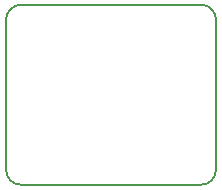
<source format=gm1>
G04 Layer_Color=16711935*
%FSLAX25Y25*%
%MOIN*%
G70*
G01*
G75*
%ADD13C,0.00500*%
D13*
X5000Y60000D02*
G03*
X0Y55000I0J-5000D01*
G01*
Y5000D02*
G03*
X5000Y0I5000J0D01*
G01*
X65000D02*
G03*
X70000Y5000I0J5000D01*
G01*
Y55000D02*
G03*
X65000Y60000I-5000J0D01*
G01*
X5000D02*
X15000D01*
X0Y5000D02*
Y55000D01*
X5000Y0D02*
X65000D01*
X70000Y5000D02*
Y55000D01*
X15000Y60000D02*
X65000D01*
M02*

</source>
